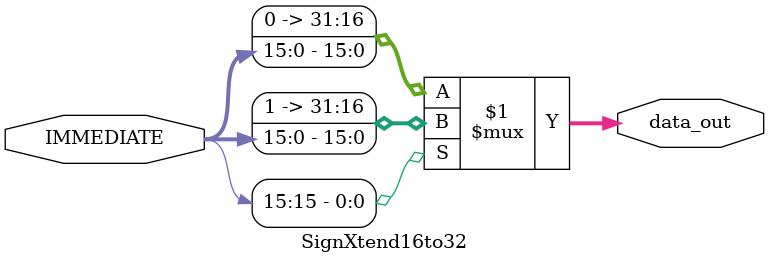
<source format=v>
module SignXtend16to32(
    input wire [15:0] IMMEDIATE,
    output wire [31:0] data_out
);
    assign data_out = (IMMEDIATE[15]) ? {{16{1'b1}},IMMEDIATE} : {{16{1'b0}},IMMEDIATE};

endmodule
</source>
